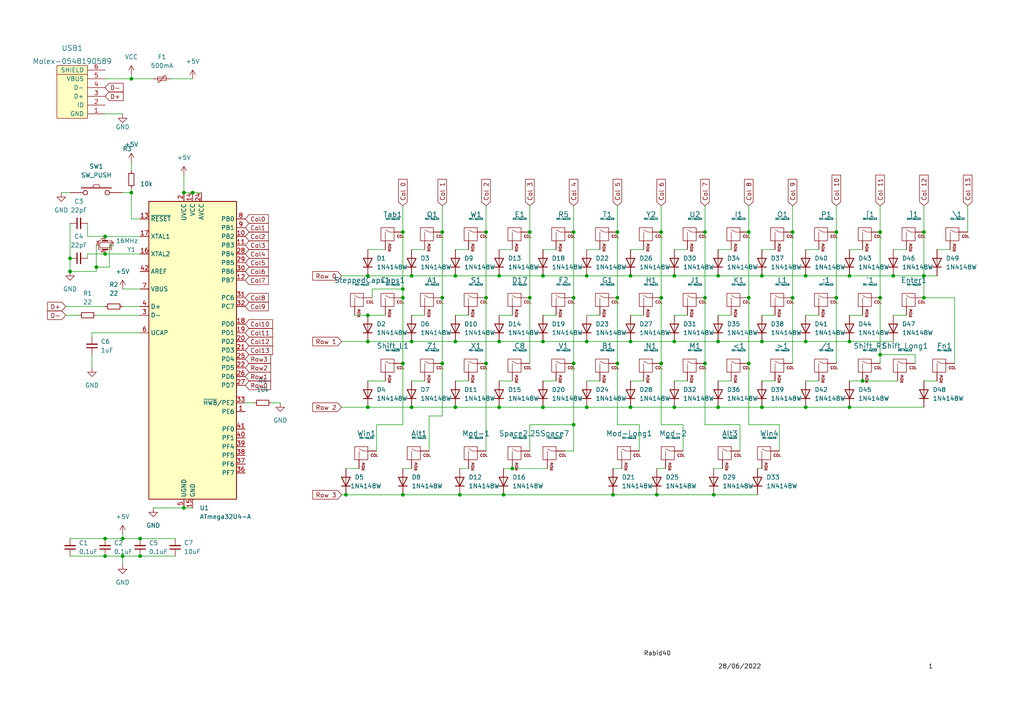
<source format=kicad_sch>
(kicad_sch (version 20211123) (generator eeschema)
  (paper "A4")
  (lib_symbols
    (symbol "Device:C_Small" (pin_numbers hide) (pin_names (offset 0.254) hide)
      (property "Reference" "C" (at 0.254 1.778 0))
      (property "Value" "C_Small" (at 0.254 -2.032 0))
      (symbol "C_Small_1_1"
        (pin passive line (at 0 2.54 270) (length 2.032) (name "~") (number "1"))
        (pin passive line (at 0 -2.54 90) (length 2.032) (name "~") (number "2"))
      )
    )
    (symbol "Device:Crystal_GND24_Small" (pin_names (offset 1.016) hide)
      (property "Reference" "Y" (at 1.27 4.445 0))
      (property "Value" "Crystal_GND24_Small" (at 1.27 2.54 0))
      (symbol "Crystal_GND24_Small_1_1"
        (pin passive line (at -2.54 0 0) (length 1.27) (name "1") (number "1"))
        (pin passive line (at 0 -2.54 90) (length 0.635) (name "2") (number "2"))
        (pin passive line (at 2.54 0 180) (length 1.27) (name "3") (number "3"))
        (pin passive line (at 0 2.54 270) (length 0.635) (name "4") (number "4"))
      )
    )
    (symbol "Device:Polyfuse_Small" (pin_numbers hide) (pin_names (offset 0))
      (property "Reference" "F" (at -1.905 0 90))
      (property "Value" "Polyfuse_Small" (at 1.905 0 90))
      (symbol "Polyfuse_Small_1_1"
        (pin passive line (at 0 2.54 270) (length 0.635) (name "~") (number "1"))
        (pin passive line (at 0 -2.54 90) (length 0.635) (name "~") (number "2"))
      )
    )
    (symbol "Device:R_Small" (pin_numbers hide) (pin_names (offset 0.254) hide)
      (property "Reference" "R" (at 0.762 0.508 0))
      (property "Value" "R_Small" (at 0.762 -1.016 0))
      (symbol "R_Small_1_1"
        (pin passive line (at 0 2.54 270) (length 0.762) (name "~") (number "1"))
        (pin passive line (at 0 -2.54 90) (length 0.762) (name "~") (number "2"))
      )
    )
    (symbol "Diode:1N4148W" (pin_numbers hide) (pin_names (offset 1.016) hide)
      (property "Reference" "D" (at 0 2.54 0))
      (property "Value" "1N4148W" (at 0 -2.54 0))
      (symbol "1N4148W_1_1"
        (pin passive line (at -3.81 0 0) (length 2.54) (name "K") (number "1"))
        (pin passive line (at 3.81 0 180) (length 2.54) (name "A") (number "2"))
      )
    )
    (symbol "Keyboard_Symbols:SW_PUSH" (pin_numbers hide) (pin_names (offset 1.016) hide)
      (property "Reference" "SW" (at 3.81 2.794 0))
      (property "Value" "SW_PUSH" (at 0 -2.032 0))
      (symbol "SW_PUSH_0_1"
        (pin passive inverted (at -7.62 0 0) (length 5.08) (name "1") (number "1"))
        (pin passive inverted (at 7.62 0 180) (length 5.08) (name "2") (number "2"))
      )
    )
    (symbol "MCU_Microchip_ATmega:ATmega32U4-A"
      (property "Reference" "U" (at -12.7 44.45 0))
      (property "Value" "ATmega32U4-A" (at 2.54 -44.45 0))
      (symbol "ATmega32U4-A_1_1"
        (pin bidirectional line (at 15.24 -17.78 180) (length 2.54) (name "PE6") (number "1"))
        (pin bidirectional line (at 15.24 33.02 180) (length 2.54) (name "PB2") (number "10"))
        (pin bidirectional line (at 15.24 30.48 180) (length 2.54) (name "PB3") (number "11"))
        (pin bidirectional line (at 15.24 20.32 180) (length 2.54) (name "PB7") (number "12"))
        (pin input line (at -15.24 38.1 0) (length 2.54) (name "~{RESET}") (number "13"))
        (pin power_in line (at 0 45.72 270) (length 2.54) (name "VCC") (number "14"))
        (pin power_in line (at 0 -45.72 90) (length 2.54) (name "GND") (number "15"))
        (pin output line (at -15.24 27.94 0) (length 2.54) (name "XTAL2") (number "16"))
        (pin input line (at -15.24 33.02 0) (length 2.54) (name "XTAL1") (number "17"))
        (pin bidirectional line (at 15.24 7.62 180) (length 2.54) (name "PD0") (number "18"))
        (pin bidirectional line (at 15.24 5.08 180) (length 2.54) (name "PD1") (number "19"))
        (pin power_in line (at -2.54 45.72 270) (length 2.54) (name "UVCC") (number "2"))
        (pin bidirectional line (at 15.24 2.54 180) (length 2.54) (name "PD2") (number "20"))
        (pin bidirectional line (at 15.24 0 180) (length 2.54) (name "PD3") (number "21"))
        (pin bidirectional line (at 15.24 -5.08 180) (length 2.54) (name "PD5") (number "22"))
        (pin passive line (at 0 -45.72 90) (length 2.54) hide (name "GND") (number "23"))
        (pin power_in line (at 2.54 45.72 270) (length 2.54) (name "AVCC") (number "24"))
        (pin bidirectional line (at 15.24 -2.54 180) (length 2.54) (name "PD4") (number "25"))
        (pin bidirectional line (at 15.24 -7.62 180) (length 2.54) (name "PD6") (number "26"))
        (pin bidirectional line (at 15.24 -10.16 180) (length 2.54) (name "PD7") (number "27"))
        (pin bidirectional line (at 15.24 27.94 180) (length 2.54) (name "PB4") (number "28"))
        (pin bidirectional line (at 15.24 25.4 180) (length 2.54) (name "PB5") (number "29"))
        (pin bidirectional line (at -15.24 10.16 0) (length 2.54) (name "D-") (number "3"))
        (pin bidirectional line (at 15.24 22.86 180) (length 2.54) (name "PB6") (number "30"))
        (pin bidirectional line (at 15.24 15.24 180) (length 2.54) (name "PC6") (number "31"))
        (pin bidirectional line (at 15.24 12.7 180) (length 2.54) (name "PC7") (number "32"))
        (pin bidirectional line (at 15.24 -15.24 180) (length 2.54) (name "~{HWB}/PE2") (number "33"))
        (pin passive line (at 0 45.72 270) (length 2.54) hide (name "VCC") (number "34"))
        (pin passive line (at 0 -45.72 90) (length 2.54) hide (name "GND") (number "35"))
        (pin bidirectional line (at 15.24 -35.56 180) (length 2.54) (name "PF7") (number "36"))
        (pin bidirectional line (at 15.24 -33.02 180) (length 2.54) (name "PF6") (number "37"))
        (pin bidirectional line (at 15.24 -30.48 180) (length 2.54) (name "PF5") (number "38"))
        (pin bidirectional line (at 15.24 -27.94 180) (length 2.54) (name "PF4") (number "39"))
        (pin bidirectional line (at -15.24 12.7 0) (length 2.54) (name "D+") (number "4"))
        (pin bidirectional line (at 15.24 -25.4 180) (length 2.54) (name "PF1") (number "40"))
        (pin bidirectional line (at 15.24 -22.86 180) (length 2.54) (name "PF0") (number "41"))
        (pin passive line (at -15.24 22.86 0) (length 2.54) (name "AREF") (number "42"))
        (pin passive line (at 0 -45.72 90) (length 2.54) hide (name "GND") (number "43"))
        (pin passive line (at 2.54 45.72 270) (length 2.54) hide (name "AVCC") (number "44"))
        (pin passive line (at -2.54 -45.72 90) (length 2.54) (name "UGND") (number "5"))
        (pin passive line (at -15.24 5.08 0) (length 2.54) (name "UCAP") (number "6"))
        (pin input line (at -15.24 17.78 0) (length 2.54) (name "VBUS") (number "7"))
        (pin bidirectional line (at 15.24 38.1 180) (length 2.54) (name "PB0") (number "8"))
        (pin bidirectional line (at 15.24 35.56 180) (length 2.54) (name "PB1") (number "9"))
      )
    )
    (symbol "ai03-mx-alps-hybrid:MX-NoLED" (pin_names (offset 1.016))
      (property "Reference" "MX" (at -0.635 3.81 0))
      (property "Value" "MX-NoLED" (at -0.635 1.27 0))
      (symbol "MX-NoLED_0_0"
        (text "COL" (at 3.175 0 0) (effects (font (size 0.762 0.762))))
        (text "ROW" (at 0 -1.905 900) (effects (font (size 0.762 0.762)) (justify right)))
      )
      (symbol "MX-NoLED_1_1"
        (pin passive line (at 3.81 1.27 180) (length 2.54) (name "COL") (number "1"))
        (pin passive line (at -1.27 -3.81 90) (length 2.54) (name "ROW") (number "2"))
      )
    )
    (symbol "ai03-random-parts:Molex-0548190589" (pin_names (offset 1.016))
      (property "Reference" "USB" (at 0 7.62 0))
      (property "Value" "Molex-0548190589" (at 0 10.16 0))
      (symbol "Molex-0548190589_1_1"
        (pin input line (at -5.08 -7.62 90) (length 5.08) (name "GND") (number "1"))
        (pin input line (at -2.54 -7.62 90) (length 5.08) (name "ID") (number "2"))
        (pin input line (at 0 -7.62 90) (length 5.08) (name "D+") (number "3"))
        (pin input line (at 2.54 -7.62 90) (length 5.08) (name "D-") (number "4"))
        (pin input line (at 5.08 -7.62 90) (length 5.08) (name "VBUS") (number "5"))
        (pin input line (at 7.62 -7.62 90) (length 5.08) (name "SHIELD") (number "6"))
      )
    )
    (symbol "power:+5V" (power) (pin_names (offset 0))
      (property "Value" "+5V" (at 0 3.556 0))
      (symbol "+5V_1_1"
        (pin power_in line (at 0 0 90) (length 0) hide (name "+5V") (number "1"))
      )
    )
    (symbol "power:GND" (power) (pin_names (offset 0))
      (property "Value" "GND" (at 0 -3.81 0))
      (symbol "GND_1_1"
        (pin power_in line (at 0 0 270) (length 0) hide (name "GND") (number "1"))
      )
    )
    (symbol "power:VCC" (power) (pin_names (offset 0))
      (property "Value" "VCC" (at 0 3.81 0))
      (symbol "VCC_1_1"
        (pin power_in line (at 0 0 90) (length 0) hide (name "VCC") (number "1"))
      )
    )
  )
  (junction (at 179.07 105.41))
  (junction (at 119.38 80.01))
  (junction (at 208.28 80.01))
  (junction (at 106.68 91.44))
  (junction (at 179.07 86.36))
  (junction (at 242.57 67.31))
  (junction (at 132.08 80.01))
  (junction (at 157.48 80.01))
  (junction (at 220.98 99.06))
  (junction (at 191.77 86.36))
  (junction (at 133.35 143.51))
  (junction (at 116.84 67.31))
  (junction (at 242.57 86.36))
  (junction (at 182.88 80.01))
  (junction (at 128.27 105.41))
  (junction (at 255.27 102.87))
  (junction (at 140.97 86.36))
  (junction (at 153.67 86.36))
  (junction (at 128.27 67.31))
  (junction (at 53.34 55.88))
  (junction (at 140.97 105.41))
  (junction (at 259.08 80.01))
  (junction (at 220.98 80.01))
  (junction (at 233.68 80.01))
  (junction (at 246.38 80.01))
  (junction (at 179.07 67.31))
  (junction (at 208.28 118.11))
  (junction (at 217.17 86.36))
  (junction (at 144.78 99.06))
  (junction (at 166.37 86.36))
  (junction (at 144.78 80.01))
  (junction (at 195.58 80.01))
  (junction (at 229.87 67.31))
  (junction (at 166.37 123.19))
  (junction (at 30.48 73.66))
  (junction (at 267.97 86.36))
  (junction (at 132.08 99.06))
  (junction (at 207.01 143.51))
  (junction (at 220.98 118.11))
  (junction (at 153.67 67.31))
  (junction (at 170.18 118.11))
  (junction (at 229.87 86.36))
  (junction (at 146.05 143.51))
  (junction (at 35.56 156.21))
  (junction (at 140.97 67.31))
  (junction (at 255.27 86.36))
  (junction (at 30.48 161.29))
  (junction (at 116.84 143.51))
  (junction (at 267.97 67.31))
  (junction (at 267.97 80.01))
  (junction (at 132.08 118.11))
  (junction (at 128.27 86.36))
  (junction (at 116.84 105.41))
  (junction (at 116.84 83.82))
  (junction (at 191.77 105.41))
  (junction (at 246.38 99.06))
  (junction (at 191.77 67.31))
  (junction (at 157.48 99.06))
  (junction (at 38.1 55.88))
  (junction (at 204.47 86.36))
  (junction (at 217.17 105.41))
  (junction (at 106.68 118.11))
  (junction (at 100.33 143.51))
  (junction (at 233.68 99.06))
  (junction (at 53.34 147.32))
  (junction (at 208.28 99.06))
  (junction (at 182.88 118.11))
  (junction (at 27.94 77.47))
  (junction (at 217.17 67.31))
  (junction (at 166.37 67.31))
  (junction (at 204.47 67.31))
  (junction (at 144.78 118.11))
  (junction (at 157.48 118.11))
  (junction (at 35.56 161.29))
  (junction (at 106.68 80.01))
  (junction (at 20.32 78.74))
  (junction (at 190.5 143.51))
  (junction (at 195.58 118.11))
  (junction (at 195.58 99.06))
  (junction (at 38.1 22.86))
  (junction (at 116.84 86.36))
  (junction (at 119.38 118.11))
  (junction (at 106.68 99.06))
  (junction (at 148.59 135.89))
  (junction (at 40.64 161.29))
  (junction (at 255.27 67.31))
  (junction (at 204.47 105.41))
  (junction (at 246.38 118.11))
  (junction (at 233.68 118.11))
  (junction (at 30.48 156.21))
  (junction (at 177.8 143.51))
  (junction (at 119.38 99.06))
  (junction (at 182.88 99.06))
  (junction (at 170.18 80.01))
  (junction (at 250.19 110.49))
  (junction (at 40.64 156.21))
  (junction (at 20.32 74.93))
  (junction (at 30.48 68.58))
  (junction (at 55.88 55.88))
  (junction (at 166.37 105.41))
  (junction (at 170.18 99.06))
  (wire (pts (xy 148.59 135.89) (xy 158.75 135.89)))
  (wire (pts (xy 191.77 86.36) (xy 191.77 105.41)))
  (wire (pts (xy 102.87 91.44) (xy 106.68 91.44)))
  (wire (pts (xy 119.38 99.06) (xy 132.08 99.06)))
  (wire (pts (xy 259.08 72.39) (xy 262.89 72.39)))
  (wire (pts (xy 19.05 88.9) (xy 30.48 88.9)))
  (wire (pts (xy 265.43 105.41) (xy 265.43 102.87)))
  (wire (pts (xy 99.06 80.01) (xy 106.68 80.01)))
  (wire (pts (xy 220.98 135.89) (xy 219.71 135.89)))
  (wire (pts (xy 53.34 147.32) (xy 55.88 147.32)))
  (wire (pts (xy 204.47 59.69) (xy 204.47 67.31)))
  (wire (pts (xy 31.75 71.12) (xy 31.75 77.47)))
  (wire (pts (xy 19.05 91.44) (xy 22.86 91.44)))
  (wire (pts (xy 242.57 86.36) (xy 242.57 105.41)))
  (wire (pts (xy 267.97 67.31) (xy 267.97 80.01)))
  (wire (pts (xy 204.47 105.41) (xy 204.47 123.19)))
  (wire (pts (xy 20.32 156.21) (xy 30.48 156.21)))
  (wire (pts (xy 157.48 91.44) (xy 161.29 91.44)))
  (wire (pts (xy 30.48 73.66) (xy 40.64 73.66)))
  (wire (pts (xy 220.98 80.01) (xy 233.68 80.01)))
  (wire (pts (xy 179.07 123.19) (xy 185.42 123.19)))
  (wire (pts (xy 116.84 67.31) (xy 116.84 83.82)))
  (wire (pts (xy 208.28 91.44) (xy 212.09 91.44)))
  (wire (pts (xy 128.27 120.65) (xy 124.46 120.65)))
  (wire (pts (xy 157.48 72.39) (xy 161.29 72.39)))
  (wire (pts (xy 26.67 102.87) (xy 26.67 106.68)))
  (wire (pts (xy 20.32 64.77) (xy 20.32 74.93)))
  (wire (pts (xy 30.48 161.29) (xy 35.56 161.29)))
  (wire (pts (xy 267.97 80.01) (xy 267.97 86.36)))
  (wire (pts (xy 195.58 99.06) (xy 208.28 99.06)))
  (wire (pts (xy 153.67 67.31) (xy 153.67 86.36)))
  (wire (pts (xy 38.1 22.86) (xy 44.45 22.86)))
  (wire (pts (xy 217.17 67.31) (xy 217.17 86.36)))
  (wire (pts (xy 106.68 80.01) (xy 119.38 80.01)))
  (wire (pts (xy 25.4 64.77) (xy 25.4 68.58)))
  (wire (pts (xy 198.12 123.19) (xy 198.12 130.81)))
  (wire (pts (xy 208.28 110.49) (xy 212.09 110.49)))
  (wire (pts (xy 144.78 91.44) (xy 148.59 91.44)))
  (wire (pts (xy 26.67 96.52) (xy 26.67 97.79)))
  (wire (pts (xy 133.35 135.89) (xy 135.89 135.89)))
  (wire (pts (xy 30.48 68.58) (xy 40.64 68.58)))
  (wire (pts (xy 195.58 80.01) (xy 208.28 80.01)))
  (wire (pts (xy 166.37 123.19) (xy 166.37 130.81)))
  (wire (pts (xy 233.68 80.01) (xy 246.38 80.01)))
  (wire (pts (xy 116.84 105.41) (xy 116.84 123.19)))
  (wire (pts (xy 182.88 99.06) (xy 195.58 99.06)))
  (wire (pts (xy 119.38 110.49) (xy 123.19 110.49)))
  (wire (pts (xy 220.98 118.11) (xy 233.68 118.11)))
  (wire (pts (xy 27.94 78.74) (xy 20.32 78.74)))
  (wire (pts (xy 177.8 135.89) (xy 180.34 135.89)))
  (wire (pts (xy 35.56 156.21) (xy 40.64 156.21)))
  (wire (pts (xy 182.88 80.01) (xy 195.58 80.01)))
  (wire (pts (xy 40.64 96.52) (xy 26.67 96.52)))
  (wire (pts (xy 128.27 67.31) (xy 128.27 86.36)))
  (wire (pts (xy 109.22 130.81) (xy 109.22 123.19)))
  (wire (pts (xy 195.58 118.11) (xy 208.28 118.11)))
  (wire (pts (xy 157.48 118.11) (xy 170.18 118.11)))
  (wire (pts (xy 53.34 55.88) (xy 55.88 55.88)))
  (wire (pts (xy 106.68 72.39) (xy 111.76 72.39)))
  (wire (pts (xy 140.97 67.31) (xy 140.97 86.36)))
  (wire (pts (xy 185.42 123.19) (xy 185.42 130.81)))
  (wire (pts (xy 53.34 50.8) (xy 53.34 55.88)))
  (wire (pts (xy 20.32 74.93) (xy 20.32 78.74)))
  (wire (pts (xy 99.06 99.06) (xy 106.68 99.06)))
  (wire (pts (xy 106.68 91.44) (xy 111.76 91.44)))
  (wire (pts (xy 246.38 91.44) (xy 250.19 91.44)))
  (wire (pts (xy 35.56 55.88) (xy 38.1 55.88)))
  (wire (pts (xy 144.78 118.11) (xy 157.48 118.11)))
  (wire (pts (xy 246.38 110.49) (xy 250.19 110.49)))
  (wire (pts (xy 140.97 59.69) (xy 140.97 67.31)))
  (wire (pts (xy 259.08 80.01) (xy 267.97 80.01)))
  (wire (pts (xy 195.58 72.39) (xy 199.39 72.39)))
  (wire (pts (xy 179.07 67.31) (xy 179.07 86.36)))
  (wire (pts (xy 267.97 80.01) (xy 271.78 80.01)))
  (wire (pts (xy 220.98 99.06) (xy 233.68 99.06)))
  (wire (pts (xy 116.84 143.51) (xy 133.35 143.51)))
  (wire (pts (xy 132.08 80.01) (xy 144.78 80.01)))
  (wire (pts (xy 166.37 86.36) (xy 166.37 105.41)))
  (wire (pts (xy 116.84 135.89) (xy 119.38 135.89)))
  (wire (pts (xy 17.78 55.88) (xy 20.32 55.88)))
  (wire (pts (xy 38.1 63.5) (xy 40.64 63.5)))
  (wire (pts (xy 217.17 123.19) (xy 226.06 123.19)))
  (wire (pts (xy 220.98 72.39) (xy 224.79 72.39)))
  (wire (pts (xy 157.48 99.06) (xy 170.18 99.06)))
  (wire (pts (xy 190.5 143.51) (xy 207.01 143.51)))
  (wire (pts (xy 144.78 110.49) (xy 148.59 110.49)))
  (wire (pts (xy 191.77 123.19) (xy 198.12 123.19)))
  (wire (pts (xy 229.87 59.69) (xy 229.87 67.31)))
  (wire (pts (xy 242.57 67.31) (xy 242.57 86.36)))
  (wire (pts (xy 132.08 99.06) (xy 144.78 99.06)))
  (wire (pts (xy 217.17 59.69) (xy 217.17 67.31)))
  (wire (pts (xy 207.01 135.89) (xy 209.55 135.89)))
  (wire (pts (xy 25.4 73.66) (xy 30.48 73.66)))
  (wire (pts (xy 229.87 86.36) (xy 229.87 105.41)))
  (wire (pts (xy 33.02 71.12) (xy 31.75 71.12)))
  (wire (pts (xy 179.07 59.69) (xy 179.07 67.31)))
  (wire (pts (xy 233.68 91.44) (xy 237.49 91.44)))
  (wire (pts (xy 55.88 55.88) (xy 58.42 55.88)))
  (wire (pts (xy 246.38 99.06) (xy 259.08 99.06)))
  (wire (pts (xy 119.38 72.39) (xy 123.19 72.39)))
  (wire (pts (xy 40.64 161.29) (xy 50.8 161.29)))
  (wire (pts (xy 208.28 80.01) (xy 220.98 80.01)))
  (wire (pts (xy 146.05 135.89) (xy 148.59 135.89)))
  (wire (pts (xy 20.32 161.29) (xy 30.48 161.29)))
  (wire (pts (xy 179.07 86.36) (xy 179.07 105.41)))
  (wire (pts (xy 31.75 77.47) (xy 27.94 77.47)))
  (wire (pts (xy 191.77 59.69) (xy 191.77 67.31)))
  (wire (pts (xy 119.38 80.01) (xy 132.08 80.01)))
  (wire (pts (xy 140.97 86.36) (xy 140.97 105.41)))
  (wire (pts (xy 144.78 80.01) (xy 157.48 80.01)))
  (wire (pts (xy 99.06 118.11) (xy 106.68 118.11)))
  (wire (pts (xy 100.33 135.89) (xy 104.14 135.89)))
  (wire (pts (xy 250.19 110.49) (xy 260.35 110.49)))
  (wire (pts (xy 27.94 71.12) (xy 27.94 77.47)))
  (wire (pts (xy 280.67 59.69) (xy 280.67 67.31)))
  (wire (pts (xy 35.56 161.29) (xy 40.64 161.29)))
  (wire (pts (xy 246.38 72.39) (xy 250.19 72.39)))
  (wire (pts (xy 204.47 123.19) (xy 214.63 123.19)))
  (wire (pts (xy 259.08 91.44) (xy 262.89 91.44)))
  (wire (pts (xy 106.68 110.49) (xy 111.76 110.49)))
  (wire (pts (xy 204.47 67.31) (xy 204.47 86.36)))
  (wire (pts (xy 132.08 118.11) (xy 144.78 118.11)))
  (wire (pts (xy 30.48 33.02) (xy 35.56 33.02)))
  (wire (pts (xy 27.94 91.44) (xy 40.64 91.44)))
  (wire (pts (xy 133.35 143.51) (xy 146.05 143.51)))
  (wire (pts (xy 170.18 80.01) (xy 182.88 80.01)))
  (wire (pts (xy 170.18 118.11) (xy 182.88 118.11)))
  (wire (pts (xy 271.78 72.39) (xy 275.59 72.39)))
  (wire (pts (xy 217.17 86.36) (xy 217.17 105.41)))
  (wire (pts (xy 170.18 72.39) (xy 173.99 72.39)))
  (wire (pts (xy 35.56 83.82) (xy 40.64 83.82)))
  (wire (pts (xy 166.37 59.69) (xy 166.37 67.31)))
  (wire (pts (xy 116.84 86.36) (xy 116.84 105.41)))
  (wire (pts (xy 109.22 123.19) (xy 116.84 123.19)))
  (wire (pts (xy 153.67 123.19) (xy 166.37 123.19)))
  (wire (pts (xy 128.27 86.36) (xy 128.27 105.41)))
  (wire (pts (xy 157.48 110.49) (xy 161.29 110.49)))
  (wire (pts (xy 78.74 116.84) (xy 81.28 116.84)))
  (wire (pts (xy 30.48 22.86) (xy 38.1 22.86)))
  (wire (pts (xy 170.18 91.44) (xy 173.99 91.44)))
  (wire (pts (xy 106.68 99.06) (xy 119.38 99.06)))
  (wire (pts (xy 107.95 86.36) (xy 107.95 83.82)))
  (wire (pts (xy 144.78 99.06) (xy 157.48 99.06)))
  (wire (pts (xy 191.77 105.41) (xy 191.77 123.19)))
  (wire (pts (xy 214.63 130.81) (xy 214.63 123.19)))
  (wire (pts (xy 116.84 83.82) (xy 116.84 86.36)))
  (wire (pts (xy 132.08 110.49) (xy 135.89 110.49)))
  (wire (pts (xy 267.97 110.49) (xy 271.78 110.49)))
  (wire (pts (xy 242.57 59.69) (xy 242.57 67.31)))
  (wire (pts (xy 177.8 143.51) (xy 190.5 143.51)))
  (wire (pts (xy 116.84 59.69) (xy 116.84 67.31)))
  (wire (pts (xy 146.05 143.51) (xy 177.8 143.51)))
  (wire (pts (xy 265.43 102.87) (xy 255.27 102.87)))
  (wire (pts (xy 30.48 156.21) (xy 35.56 156.21)))
  (wire (pts (xy 132.08 91.44) (xy 135.89 91.44)))
  (wire (pts (xy 38.1 21.59) (xy 38.1 22.86)))
  (wire (pts (xy 140.97 105.41) (xy 140.97 130.81)))
  (wire (pts (xy 71.12 116.84) (xy 73.66 116.84)))
  (wire (pts (xy 166.37 67.31) (xy 166.37 86.36)))
  (wire (pts (xy 166.37 130.81) (xy 163.83 130.81)))
  (wire (pts (xy 220.98 110.49) (xy 224.79 110.49)))
  (wire (pts (xy 144.78 72.39) (xy 148.59 72.39)))
  (wire (pts (xy 27.94 77.47) (xy 27.94 78.74)))
  (wire (pts (xy 246.38 118.11) (xy 267.97 118.11)))
  (wire (pts (xy 195.58 110.49) (xy 199.39 110.49)))
  (wire (pts (xy 38.1 54.61) (xy 38.1 55.88)))
  (wire (pts (xy 208.28 72.39) (xy 212.09 72.39)))
  (wire (pts (xy 195.58 91.44) (xy 199.39 91.44)))
  (wire (pts (xy 255.27 86.36) (xy 255.27 102.87)))
  (wire (pts (xy 276.86 86.36) (xy 276.86 105.41)))
  (wire (pts (xy 119.38 91.44) (xy 123.19 91.44)))
  (wire (pts (xy 99.06 143.51) (xy 100.33 143.51)))
  (wire (pts (xy 233.68 118.11) (xy 246.38 118.11)))
  (wire (pts (xy 49.53 22.86) (xy 55.88 22.86)))
  (wire (pts (xy 233.68 110.49) (xy 237.49 110.49)))
  (wire (pts (xy 255.27 102.87) (xy 255.27 105.41)))
  (wire (pts (xy 170.18 99.06) (xy 182.88 99.06)))
  (wire (pts (xy 208.28 99.06) (xy 220.98 99.06)))
  (wire (pts (xy 132.08 72.39) (xy 135.89 72.39)))
  (wire (pts (xy 208.28 118.11) (xy 220.98 118.11)))
  (wire (pts (xy 153.67 130.81) (xy 153.67 123.19)))
  (wire (pts (xy 107.95 83.82) (xy 116.84 83.82)))
  (wire (pts (xy 255.27 67.31) (xy 255.27 86.36)))
  (wire (pts (xy 35.56 154.94) (xy 35.56 156.21)))
  (wire (pts (xy 246.38 80.01) (xy 259.08 80.01)))
  (wire (pts (xy 153.67 86.36) (xy 153.67 105.41)))
  (wire (pts (xy 128.27 59.69) (xy 128.27 67.31)))
  (wire (pts (xy 191.77 67.31) (xy 191.77 86.36)))
  (wire (pts (xy 182.88 118.11) (xy 195.58 118.11)))
  (wire (pts (xy 220.98 91.44) (xy 224.79 91.44)))
  (wire (pts (xy 170.18 110.49) (xy 173.99 110.49)))
  (wire (pts (xy 100.33 143.51) (xy 116.84 143.51)))
  (wire (pts (xy 233.68 99.06) (xy 246.38 99.06)))
  (wire (pts (xy 38.1 46.99) (xy 38.1 49.53)))
  (wire (pts (xy 207.01 143.51) (xy 219.71 143.51)))
  (wire (pts (xy 106.68 118.11) (xy 119.38 118.11)))
  (wire (pts (xy 182.88 91.44) (xy 186.69 91.44)))
  (wire (pts (xy 217.17 123.19) (xy 217.17 105.41)))
  (wire (pts (xy 40.64 156.21) (xy 50.8 156.21)))
  (wire (pts (xy 119.38 118.11) (xy 132.08 118.11)))
  (wire (pts (xy 25.4 68.58) (xy 30.48 68.58)))
  (wire (pts (xy 128.27 105.41) (xy 128.27 120.65)))
  (wire (pts (xy 182.88 110.49) (xy 186.69 110.49)))
  (wire (pts (xy 233.68 72.39) (xy 237.49 72.39)))
  (wire (pts (xy 166.37 105.41) (xy 166.37 123.19)))
  (wire (pts (xy 25.4 74.93) (xy 25.4 73.66)))
  (wire (pts (xy 38.1 55.88) (xy 38.1 63.5)))
  (wire (pts (xy 35.56 88.9) (xy 40.64 88.9)))
  (wire (pts (xy 267.97 67.31) (xy 267.97 59.69)))
  (wire (pts (xy 190.5 135.89) (xy 193.04 135.89)))
  (wire (pts (xy 182.88 72.39) (xy 186.69 72.39)))
  (wire (pts (xy 124.46 120.65) (xy 124.46 130.81)))
  (wire (pts (xy 255.27 59.69) (xy 255.27 67.31)))
  (wire (pts (xy 179.07 105.41) (xy 179.07 123.19)))
  (wire (pts (xy 44.45 147.32) (xy 53.34 147.32)))
  (wire (pts (xy 35.56 161.29) (xy 35.56 163.83)))
  (wire (pts (xy 153.67 59.69) (xy 153.67 67.31)))
  (wire (pts (xy 204.47 86.36) (xy 204.47 105.41)))
  (wire (pts (xy 226.06 130.81) (xy 226.06 123.19)))
  (wire (pts (xy 229.87 67.31) (xy 229.87 86.36)))
  (wire (pts (xy 267.97 86.36) (xy 276.86 86.36)))
  (wire (pts (xy 157.48 80.01) (xy 170.18 80.01)))
  (label "1" (at 269.24 194.31 0))
  (label "Rabid40" (at 186.69 190.5 0))
  (label "28{slash}06{slash}2022" (at 208.28 194.31 0))
  (global_label "Col3" (shape input) (at 71.12 71.12 0) (property "Intersheet References" "${INTERSHEET_REFS}" (effects hide)))
  (global_label "Col6" (shape input) (at 71.12 78.74 0) (property "Intersheet References" "${INTERSHEET_REFS}" (effects hide)))
  (global_label "Col 4" (shape input) (at 166.37 59.69 90) (property "Intersheet References" "${INTERSHEET_REFS}" (effects hide)))
  (global_label "Row 3" (shape input) (at 99.06 143.51 180) (property "Intersheet References" "${INTERSHEET_REFS}" (effects hide)))
  (global_label "Col 13" (shape input) (at 280.67 59.69 90) (property "Intersheet References" "${INTERSHEET_REFS}" (effects hide)))
  (global_label "D-" (shape input) (at 19.05 91.44 180) (property "Intersheet References" "${INTERSHEET_REFS}" (effects hide)))
  (global_label "Col 10" (shape input) (at 242.57 59.69 90) (property "Intersheet References" "${INTERSHEET_REFS}" (effects hide)))
  (global_label "Row 2" (shape input) (at 99.06 118.11 180) (property "Intersheet References" "${INTERSHEET_REFS}" (effects hide)))
  (global_label "D+" (shape input) (at 19.05 88.9 180) (property "Intersheet References" "${INTERSHEET_REFS}" (effects hide)))
  (global_label "Col1" (shape input) (at 71.12 66.04 0) (property "Intersheet References" "${INTERSHEET_REFS}" (effects hide)))
  (global_label "Col4" (shape input) (at 71.12 73.66 0) (property "Intersheet References" "${INTERSHEET_REFS}" (effects hide)))
  (global_label "Col 6" (shape input) (at 191.77 59.69 90) (property "Intersheet References" "${INTERSHEET_REFS}" (effects hide)))
  (global_label "Col 8" (shape input) (at 217.17 59.69 90) (property "Intersheet References" "${INTERSHEET_REFS}" (effects hide)))
  (global_label "Row 1" (shape input) (at 99.06 99.06 180) (property "Intersheet References" "${INTERSHEET_REFS}" (effects hide)))
  (global_label "Col8" (shape input) (at 71.12 86.36 0) (property "Intersheet References" "${INTERSHEET_REFS}" (effects hide)))
  (global_label "Row 0" (shape input) (at 99.06 80.01 180) (property "Intersheet References" "${INTERSHEET_REFS}" (effects hide)))
  (global_label "Col13" (shape input) (at 71.12 101.6 0) (property "Intersheet References" "${INTERSHEET_REFS}" (effects hide)))
  (global_label "Row1" (shape input) (at 71.12 109.22 0) (property "Intersheet References" "${INTERSHEET_REFS}" (effects hide)))
  (global_label "Row3" (shape input) (at 71.12 104.14 0) (property "Intersheet References" "${INTERSHEET_REFS}" (effects hide)))
  (global_label "Col 9" (shape input) (at 229.87 59.69 90) (property "Intersheet References" "${INTERSHEET_REFS}" (effects hide)))
  (global_label "Col12" (shape input) (at 71.12 99.06 0) (property "Intersheet References" "${INTERSHEET_REFS}" (effects hide)))
  (global_label "D+" (shape input) (at 30.48 27.94 0) (property "Intersheet References" "${INTERSHEET_REFS}" (effects hide)))
  (global_label "Col 2" (shape input) (at 140.97 59.69 90) (property "Intersheet References" "${INTERSHEET_REFS}" (effects hide)))
  (global_label "Row0" (shape input) (at 71.12 111.76 0) (property "Intersheet References" "${INTERSHEET_REFS}" (effects hide)))
  (global_label "Col 12" (shape input) (at 267.97 59.69 90) (property "Intersheet References" "${INTERSHEET_REFS}" (effects hide)))
  (global_label "Col0" (shape input) (at 71.12 63.5 0) (property "Intersheet References" "${INTERSHEET_REFS}" (effects hide)))
  (global_label "Col9" (shape input) (at 71.12 88.9 0) (property "Intersheet References" "${INTERSHEET_REFS}" (effects hide)))
  (global_label "Col 0" (shape input) (at 116.84 59.69 90) (property "Intersheet References" "${INTERSHEET_REFS}" (effects hide)))
  (global_label "Col5" (shape input) (at 71.12 76.2 0) (property "Intersheet References" "${INTERSHEET_REFS}" (effects hide)))
  (global_label "Col11" (shape input) (at 71.12 96.52 0) (property "Intersheet References" "${INTERSHEET_REFS}" (effects hide)))
  (global_label "Col 7" (shape input) (at 204.47 59.69 90) (property "Intersheet References" "${INTERSHEET_REFS}" (effects hide)))
  (global_label "Col10" (shape input) (at 71.12 93.98 0) (property "Intersheet References" "${INTERSHEET_REFS}" (effects hide)))
  (global_label "Col 11" (shape input) (at 255.27 59.69 90) (property "Intersheet References" "${INTERSHEET_REFS}" (effects hide)))
  (global_label "Col 5" (shape input) (at 179.07 59.69 90) (property "Intersheet References" "${INTERSHEET_REFS}" (effects hide)))
  (global_label "Col7" (shape input) (at 71.12 81.28 0) (property "Intersheet References" "${INTERSHEET_REFS}" (effects hide)))
  (global_label "Col2" (shape input) (at 71.12 68.58 0) (property "Intersheet References" "${INTERSHEET_REFS}" (effects hide)))
  (global_label "Col 1" (shape input) (at 128.27 59.69 90) (property "Intersheet References" "${INTERSHEET_REFS}" (effects hide)))
  (global_label "D-" (shape input) (at 30.48 25.4 0) (property "Intersheet References" "${INTERSHEET_REFS}" (effects hide)))
  (global_label "Col 3" (shape input) (at 153.67 59.69 90) (property "Intersheet References" "${INTERSHEET_REFS}" (effects hide)))
  (global_label "Row2" (shape input) (at 71.12 106.68 0) (property "Intersheet References" "${INTERSHEET_REFS}" (effects hide)))
  (symbol (lib_id "ai03-mx-alps-hybrid:MX-NoLED") (at 187.96 68.58 0) (unit 1)
    (property "Reference" "Y2" (at 188.8456 62.23 0) (effects (font (size 1.524 1.524))))
    (property "Value" "MX-NoLED" (at 188.8456 63.5 0) (effects (font (size 0.508 0.508))))
    (property "Footprint" "MX_Alps_Hybrid:MX-1U" (effects hide))
  )
  (symbol (lib_id "ai03-mx-alps-hybrid:MX-NoLED") (at 200.66 68.58 0) (unit 1)
    (property "Reference" "U2" (at 201.5456 62.23 0) (effects (font (size 1.524 1.524))))
    (property "Value" "MX-NoLED" (at 201.5456 63.5 0) (effects (font (size 0.508 0.508))))
    (property "Footprint" "MX_Alps_Hybrid:MX-1U" (effects hide))
  )
  (symbol (lib_id "Device:R_Small") (at 38.1 52.07 180) (unit 1)
    (property "Reference" "R3" (at 35.56 43.1799 0) (effects (justify right)))
    (property "Value" "10k" (at 40.64 53.3399 0) (effects (justify right)))
    (property "Footprint" "Resistor_SMD:R_0805_2012Metric" (effects hide))
  )
  (symbol (lib_id "power:+5V") (at 53.34 50.8 0) (unit 1)
    (property "Reference" "#PWR0109" (effects hide))
    (property "Value" "+5V" (at 53.34 45.72 0))
  )
  (symbol (lib_id "ai03-mx-alps-hybrid:MX-NoLED") (at 213.36 106.68 0) (unit 1)
    (property "Reference" "<1" (at 214.2456 100.33 0) (effects (font (size 1.524 1.524))))
    (property "Value" "MX-NoLED" (at 214.2456 101.6 0) (effects (font (size 0.508 0.508))))
    (property "Footprint" "MX_Alps_Hybrid:MX-1U" (effects hide))
  )
  (symbol (lib_id "ai03-mx-alps-hybrid:MX-NoLED") (at 137.16 68.58 0) (unit 1)
    (property "Reference" "W1" (at 138.0456 62.23 0) (effects (font (size 1.524 1.524))))
    (property "Value" "MX-NoLED" (at 138.0456 63.5 0) (effects (font (size 0.508 0.508))))
    (property "Footprint" "MX_Alps_Hybrid:MX-1U" (effects hide))
  )
  (symbol (lib_id "Diode:1N4148W") (at 195.58 76.2 90) (unit 1)
    (property "Reference" "D30" (at 198.12 74.9299 90) (effects (justify right)))
    (property "Value" "1N4148W" (at 198.12 77.4699 90) (effects (justify right)))
    (property "Footprint" "Diode_SMD:D_SOD-123" (effects hide))
    (property "Datasheet" "https://www.vishay.com/docs/85748/1n4148w.pdf" (effects hide))
  )
  (symbol (lib_id "Diode:1N4148W") (at 170.18 95.25 90) (unit 1)
    (property "Reference" "D23" (at 172.72 93.9799 90) (effects (justify right)))
    (property "Value" "1N4148W" (at 172.72 96.5199 90) (effects (justify right)))
    (property "Footprint" "Diode_SMD:D_SOD-123" (effects hide))
    (property "Datasheet" "https://www.vishay.com/docs/85748/1n4148w.pdf" (effects hide))
  )
  (symbol (lib_id "power:+5V") (at 35.56 154.94 0) (unit 1)
    (property "Reference" "#PWR0105" (effects hide))
    (property "Value" "+5V" (at 35.56 149.86 0))
  )
  (symbol (lib_id "ai03-mx-alps-hybrid:MX-NoLED") (at 175.26 87.63 0) (unit 1)
    (property "Reference" "G1" (at 176.1456 81.28 0) (effects (font (size 1.524 1.524))))
    (property "Value" "MX-NoLED" (at 176.1456 82.55 0) (effects (font (size 0.508 0.508))))
    (property "Footprint" "MX_Alps_Hybrid:MX-1U" (effects hide))
  )
  (symbol (lib_id "ai03-mx-alps-hybrid:MX-NoLED") (at 213.36 87.63 0) (unit 1)
    (property "Reference" "K1" (at 214.2456 81.28 0) (effects (font (size 1.524 1.524))))
    (property "Value" "MX-NoLED" (at 214.2456 82.55 0) (effects (font (size 0.508 0.508))))
    (property "Footprint" "MX_Alps_Hybrid:MX-1U" (effects hide))
  )
  (symbol (lib_id "Diode:1N4148W") (at 170.18 76.2 90) (unit 1)
    (property "Reference" "D22" (at 172.72 74.9299 90) (effects (justify right)))
    (property "Value" "1N4148W" (at 172.72 77.4699 90) (effects (justify right)))
    (property "Footprint" "Diode_SMD:D_SOD-123" (effects hide))
    (property "Datasheet" "https://www.vishay.com/docs/85748/1n4148w.pdf" (effects hide))
  )
  (symbol (lib_id "Diode:1N4148W") (at 233.68 76.2 90) (unit 1)
    (property "Reference" "D40" (at 236.22 74.9299 90) (effects (justify right)))
    (property "Value" "1N4148W" (at 236.22 77.4699 90) (effects (justify right)))
    (property "Footprint" "Diode_SMD:D_SOD-123" (effects hide))
    (property "Datasheet" "https://www.vishay.com/docs/85748/1n4148w.pdf" (effects hide))
  )
  (symbol (lib_id "power:VCC") (at 38.1 21.59 0) (unit 1)
    (property "Reference" "#PWR0111" (effects hide))
    (property "Value" "VCC" (at 38.1 16.51 0))
  )
  (symbol (lib_id "ai03-mx-alps-hybrid:MX-NoLED") (at 137.16 106.68 0) (unit 1)
    (property "Reference" "X1" (at 138.0456 100.33 0) (effects (font (size 1.524 1.524))))
    (property "Value" "MX-NoLED" (at 138.0456 101.6 0) (effects (font (size 0.508 0.508))))
    (property "Footprint" "MX_Alps_Hybrid:MX-1U" (effects hide))
  )
  (symbol (lib_id "power:GND") (at 35.56 163.83 0) (unit 1)
    (property "Reference" "#PWR0102" (effects hide))
    (property "Value" "GND" (at 35.56 168.91 0))
  )
  (symbol (lib_id "Device:C_Small") (at 50.8 158.75 180) (unit 1)
    (property "Reference" "C7" (at 53.34 157.4735 0) (effects (justify right)))
    (property "Value" "10uF" (at 53.34 160.0135 0) (effects (justify right)))
    (property "Footprint" "Capacitor_SMD:C_0805_2012Metric" (effects hide))
  )
  (symbol (lib_id "Diode:1N4148W") (at 170.18 114.3 90) (unit 1)
    (property "Reference" "D24" (at 172.72 113.0299 90) (effects (justify right)))
    (property "Value" "1N4148W" (at 172.72 115.5699 90) (effects (justify right)))
    (property "Footprint" "Diode_SMD:D_SOD-123" (effects hide))
    (property "Datasheet" "https://www.vishay.com/docs/85748/1n4148w.pdf" (effects hide))
  )
  (symbol (lib_id "Diode:1N4148W") (at 195.58 95.25 90) (unit 1)
    (property "Reference" "D31" (at 198.12 93.9799 90) (effects (justify right)))
    (property "Value" "1N4148W" (at 198.12 96.5199 90) (effects (justify right)))
    (property "Footprint" "Diode_SMD:D_SOD-123" (effects hide))
    (property "Datasheet" "https://www.vishay.com/docs/85748/1n4148w.pdf" (effects hide))
  )
  (symbol (lib_id "ai03-mx-alps-hybrid:MX-NoLED") (at 226.06 68.58 0) (unit 1)
    (property "Reference" "O1" (at 226.9456 62.23 0) (effects (font (size 1.524 1.524))))
    (property "Value" "MX-NoLED" (at 226.9456 63.5 0) (effects (font (size 0.508 0.508))))
    (property "Footprint" "MX_Alps_Hybrid:MX-1U" (effects hide))
  )
  (symbol (lib_id "Diode:1N4148W") (at 119.38 95.25 90) (unit 1)
    (property "Reference" "D6" (at 121.92 93.98 90) (effects (justify right)))
    (property "Value" "1N4148W" (at 121.92 96.52 90) (effects (justify right)))
    (property "Footprint" "Diode_SMD:D_SOD-123" (effects hide))
    (property "Datasheet" "https://www.vishay.com/docs/85748/1n4148w.pdf" (effects hide))
  )
  (symbol (lib_id "Diode:1N4148W") (at 233.68 95.25 90) (unit 1)
    (property "Reference" "D41" (at 236.22 93.9799 90) (effects (justify right)))
    (property "Value" "1N4148W" (at 236.22 96.5199 90) (effects (justify right)))
    (property "Footprint" "Diode_SMD:D_SOD-123" (effects hide))
    (property "Datasheet" "https://www.vishay.com/docs/85748/1n4148w.pdf" (effects hide))
  )
  (symbol (lib_id "Diode:1N4148W") (at 259.08 76.2 90) (unit 1)
    (property "Reference" "D46" (at 261.62 74.9299 90) (effects (justify right)))
    (property "Value" "1N4148W" (at 261.62 77.4699 90) (effects (justify right)))
    (property "Footprint" "Diode_SMD:D_SOD-123" (effects hide))
    (property "Datasheet" "https://www.vishay.com/docs/85748/1n4148w.pdf" (effects hide))
  )
  (symbol (lib_id "ai03-mx-alps-hybrid:MX-NoLED") (at 149.86 68.58 0) (unit 1)
    (property "Reference" "E1" (at 150.7456 62.23 0) (effects (font (size 1.524 1.524))))
    (property "Value" "MX-NoLED" (at 150.7456 63.5 0) (effects (font (size 0.508 0.508))))
    (property "Footprint" "MX_Alps_Hybrid:MX-1U" (effects hide))
  )
  (symbol (lib_id "ai03-mx-alps-hybrid:MX-NoLED") (at 226.06 106.68 0) (unit 1)
    (property "Reference" ">1" (at 226.9456 100.33 0) (effects (font (size 1.524 1.524))))
    (property "Value" "MX-NoLED" (at 226.9456 101.6 0) (effects (font (size 0.508 0.508))))
    (property "Footprint" "MX_Alps_Hybrid:MX-1U" (effects hide))
  )
  (symbol (lib_id "Device:R_Small") (at 76.2 116.84 90) (unit 1)
    (property "Reference" "R4" (at 76.2 110.49 90))
    (property "Value" "10k" (at 76.2 113.03 90))
    (property "Footprint" "Resistor_SMD:R_0805_2012Metric" (effects hide))
  )
  (symbol (lib_id "Diode:1N4148W") (at 207.01 139.7 90) (unit 1)
    (property "Reference" "D29" (at 209.55 138.4299 90) (effects (justify right)))
    (property "Value" "1N4148W" (at 209.55 140.9699 90) (effects (justify right)))
    (property "Footprint" "Diode_SMD:D_SOD-123" (effects hide))
    (property "Datasheet" "https://www.vishay.com/docs/85748/1n4148w.pdf" (effects hide))
  )
  (symbol (lib_id "Diode:1N4148W") (at 133.35 139.7 90) (unit 1)
    (property "Reference" "D12" (at 135.89 138.43 90) (effects (justify right)))
    (property "Value" "1N4148W" (at 135.89 140.97 90) (effects (justify right)))
    (property "Footprint" "Diode_SMD:D_SOD-123" (effects hide))
    (property "Datasheet" "https://www.vishay.com/docs/85748/1n4148w.pdf" (effects hide))
  )
  (symbol (lib_id "Diode:1N4148W") (at 132.08 76.2 90) (unit 1)
    (property "Reference" "D9" (at 134.62 74.9299 90) (effects (justify right)))
    (property "Value" "1N4148W" (at 134.62 77.4699 90) (effects (justify right)))
    (property "Footprint" "Diode_SMD:D_SOD-123" (effects hide))
    (property "Datasheet" "https://www.vishay.com/docs/85748/1n4148w.pdf" (effects hide))
  )
  (symbol (lib_id "ai03-mx-alps-hybrid:MX-NoLED") (at 162.56 106.68 0) (unit 1)
    (property "Reference" "V1" (at 163.4456 100.33 0) (effects (font (size 1.524 1.524))))
    (property "Value" "MX-NoLED" (at 163.4456 101.6 0) (effects (font (size 0.508 0.508))))
    (property "Footprint" "MX_Alps_Hybrid:MX-1U" (effects hide))
  )
  (symbol (lib_id "Diode:1N4148W") (at 157.48 114.3 90) (unit 1)
    (property "Reference" "D20" (at 160.02 113.0299 90) (effects (justify right)))
    (property "Value" "1N4148W" (at 160.02 115.5699 90) (effects (justify right)))
    (property "Footprint" "Diode_SMD:D_SOD-123" (effects hide))
    (property "Datasheet" "https://www.vishay.com/docs/85748/1n4148w.pdf" (effects hide))
  )
  (symbol (lib_id "ai03-mx-alps-hybrid:MX-NoLED") (at 175.26 106.68 0) (unit 1)
    (property "Reference" "B1" (at 176.1456 100.33 0) (effects (font (size 1.524 1.524))))
    (property "Value" "MX-NoLED" (at 176.1456 101.6 0) (effects (font (size 0.508 0.508))))
    (property "Footprint" "MX_Alps_Hybrid:MX-1U" (effects hide))
  )
  (symbol (lib_id "ai03-mx-alps-hybrid:MX-NoLED") (at 200.66 106.68 0) (unit 1)
    (property "Reference" "M1" (at 201.5456 100.33 0) (effects (font (size 1.524 1.524))))
    (property "Value" "MX-NoLED" (at 201.5456 101.6 0) (effects (font (size 0.508 0.508))))
    (property "Footprint" "MX_Alps_Hybrid:MX-1U" (effects hide))
  )
  (symbol (lib_id "Diode:1N4148W") (at 259.08 95.25 90) (unit 1)
    (property "Reference" "D47" (at 261.62 93.9799 90) (effects (justify right)))
    (property "Value" "1N4148W" (at 261.62 96.5199 90) (effects (justify right)))
    (property "Footprint" "Diode_SMD:D_SOD-123" (effects hide))
    (property "Datasheet" "https://www.vishay.com/docs/85748/1n4148w.pdf" (effects hide))
  )
  (symbol (lib_id "Diode:1N4148W") (at 208.28 76.2 90) (unit 1)
    (property "Reference" "D34" (at 210.82 74.9299 90) (effects (justify right)))
    (property "Value" "1N4148W" (at 210.82 77.4699 90) (effects (justify right)))
    (property "Footprint" "Diode_SMD:D_SOD-123" (effects hide))
    (property "Datasheet" "https://www.vishay.com/docs/85748/1n4148w.pdf" (effects hide))
  )
  (symbol (lib_id "ai03-mx-alps-hybrid:MX-NoLED") (at 137.16 87.63 0) (unit 1)
    (property "Reference" "S1" (at 138.0456 81.28 0) (effects (font (size 1.524 1.524))))
    (property "Value" "MX-NoLED" (at 138.0456 82.55 0) (effects (font (size 0.508 0.508))))
    (property "Footprint" "MX_Alps_Hybrid:MX-1U" (effects hide))
  )
  (symbol (lib_id "Diode:1N4148W") (at 220.98 76.2 90) (unit 1)
    (property "Reference" "D37" (at 223.52 74.9299 90) (effects (justify right)))
    (property "Value" "1N4148W" (at 223.52 77.4699 90) (effects (justify right)))
    (property "Footprint" "Diode_SMD:D_SOD-123" (effects hide))
    (property "Datasheet" "https://www.vishay.com/docs/85748/1n4148w.pdf" (effects hide))
  )
  (symbol (lib_id "Keyboard_Symbols:SW_PUSH") (at 27.94 55.88 0) (unit 1)
    (property "Reference" "SW1" (at 27.94 48.26 0))
    (property "Value" "SW_PUSH" (at 27.94 50.8 0))
    (property "Footprint" "random-keyboard-parts:SKQG-1155865" (effects hide))
  )
  (symbol (lib_id "ai03-mx-alps-hybrid:MX-NoLED") (at 273.05 106.68 0) (unit 1)
    (property "Reference" "Fn1" (at 273.9356 100.33 0) (effects (font (size 1.524 1.524))))
    (property "Value" "MX-NoLED" (at 273.9356 101.6 0) (effects (font (size 0.508 0.508))))
    (property "Footprint" "MX_Alps_Hybrid:MX-1U" (effects hide))
  )
  (symbol (lib_id "power:+5V") (at 35.56 83.82 0) (unit 1)
    (property "Reference" "#PWR0110" (effects hide))
    (property "Value" "+5V" (at 35.56 78.74 0))
  )
  (symbol (lib_id "Diode:1N4148W") (at 116.84 139.7 90) (unit 1)
    (property "Reference" "D8" (at 119.38 138.43 90) (effects (justify right)))
    (property "Value" "1N4148W" (at 119.38 140.97 90) (effects (justify right)))
    (property "Footprint" "Diode_SMD:D_SOD-123" (effects hide))
    (property "Datasheet" "https://www.vishay.com/docs/85748/1n4148w.pdf" (effects hide))
  )
  (symbol (lib_id "Device:R_Small") (at 33.02 88.9 90) (unit 1)
    (property "Reference" "R2" (at 33.02 82.55 90))
    (property "Value" "22" (at 33.02 85.09 90))
    (property "Footprint" "Resistor_SMD:R_0805_2012Metric" (effects hide))
  )
  (symbol (lib_id "ai03-mx-alps-hybrid:MX-NoLED") (at 113.03 68.58 0) (unit 1)
    (property "Reference" "Tab1" (at 113.9156 62.23 0) (effects (font (size 1.524 1.524))))
    (property "Value" "MX-NoLED" (at 113.9156 63.5 0) (effects (font (size 0.508 0.508))))
    (property "Footprint" "MX_Alps_Hybrid:MX-1.5U" (effects hide))
  )
  (symbol (lib_id "Diode:1N4148W") (at 246.38 76.2 90) (unit 1)
    (property "Reference" "D43" (at 248.92 74.9299 90) (effects (justify right)))
    (property "Value" "1N4148W" (at 248.92 77.4699 90) (effects (justify right)))
    (property "Footprint" "Diode_SMD:D_SOD-123" (effects hide))
    (property "Datasheet" "https://www.vishay.com/docs/85748/1n4148w.pdf" (effects hide))
  )
  (symbol (lib_id "ai03-mx-alps-hybrid:MX-NoLED") (at 238.76 68.58 0) (unit 1)
    (property "Reference" "P1" (at 239.6456 62.23 0) (effects (font (size 1.524 1.524))))
    (property "Value" "MX-NoLED" (at 239.6456 63.5 0) (effects (font (size 0.508 0.508))))
    (property "Footprint" "MX_Alps_Hybrid:MX-1U" (effects hide))
  )
  (symbol (lib_id "power:+5V") (at 55.88 22.86 0) (unit 1)
    (property "Reference" "#PWR0112" (effects hide))
    (property "Value" "+5V" (at 55.88 17.78 0))
  )
  (symbol (lib_id "ai03-random-parts:Molex-0548190589") (at 22.86 27.94 90) (unit 1)
    (property "Reference" "USB1" (at 20.955 13.97 90) (effects (font (size 1.524 1.524))))
    (property "Value" "Molex-0548190589" (at 20.955 17.78 90) (effects (font (size 1.524 1.524))))
    (property "Footprint" "Connector_JST:JST_SH_SM04B-SRSS-TB_1x04-1MP_P1.00mm_Horizontal" (effects hide))
  )
  (symbol (lib_id "ai03-mx-alps-hybrid:MX-NoLED") (at 238.76 87.63 0) (unit 1)
    (property "Reference" ";1" (at 239.6456 81.28 0) (effects (font (size 1.524 1.524))))
    (property "Value" "MX-NoLED" (at 239.6456 82.55 0) (effects (font (size 0.508 0.508))))
    (property "Footprint" "MX_Alps_Hybrid:MX-1U" (effects hide))
  )
  (symbol (lib_id "Diode:1N4148W") (at 220.98 95.25 90) (unit 1)
    (property "Reference" "D38" (at 223.52 93.9799 90) (effects (justify right)))
    (property "Value" "1N4148W" (at 223.52 96.5199 90) (effects (justify right)))
    (property "Footprint" "Diode_SMD:D_SOD-123" (effects hide))
    (property "Datasheet" "https://www.vishay.com/docs/85748/1n4148w.pdf" (effects hide))
  )
  (symbol (lib_id "ai03-mx-alps-hybrid:MX-NoLED") (at 124.46 106.68 0) (unit 1)
    (property "Reference" "Z1" (at 125.3456 100.33 0) (effects (font (size 1.524 1.524))))
    (property "Value" "MX-NoLED" (at 125.3456 101.6 0) (effects (font (size 0.508 0.508))))
    (property "Footprint" "MX_Alps_Hybrid:MX-1U" (effects hide))
  )
  (symbol (lib_id "ai03-mx-alps-hybrid:MX-NoLED") (at 222.25 132.08 0) (unit 1)
    (property "Reference" "Win4" (at 223.1356 125.73 0) (effects (font (size 1.524 1.524))))
    (property "Value" "MX-NoLED" (at 223.1356 127 0) (effects (font (size 0.508 0.508))))
    (property "Footprint" "MX_Alps_Hybrid:MX-1U" (effects hide))
  )
  (symbol (lib_id "Diode:1N4148W") (at 246.38 95.25 90) (unit 1)
    (property "Reference" "D44" (at 248.92 93.9799 90) (effects (justify right)))
    (property "Value" "1N4148W" (at 248.92 96.5199 90) (effects (justify right)))
    (property "Footprint" "Diode_SMD:D_SOD-123" (effects hide))
    (property "Datasheet" "https://www.vishay.com/docs/85748/1n4148w.pdf" (effects hide))
  )
  (symbol (lib_id "Diode:1N4148W") (at 132.08 95.25 90) (unit 1)
    (property "Reference" "D10" (at 134.62 93.9799 90) (effects (justify right)))
    (property "Value" "1N4148W" (at 134.62 96.5199 90) (effects (justify right)))
    (property "Footprint" "Diode_SMD:D_SOD-123" (effects hide))
    (property "Datasheet" "https://www.vishay.com/docs/85748/1n4148w.pdf" (effects hide))
  )
  (symbol (lib_id "ai03-mx-alps-hybrid:MX-NoLED") (at 113.03 87.63 0) (unit 1)
    (property "Reference" "Caps1" (at 113.9156 81.28 0) (effects (font (size 1.524 1.524))))
    (property "Value" "MX-NoLED" (at 113.9156 82.55 0) (effects (font (size 0.508 0.508))))
    (property "Footprint" "MX_Alps_Hybrid:MX-1.75U" (effects hide))
  )
  (symbol (lib_id "Diode:1N4148W") (at 208.28 95.25 90) (unit 1)
    (property "Reference" "D35" (at 210.82 93.9799 90) (effects (justify right)))
    (property "Value" "1N4148W" (at 210.82 96.5199 90) (effects (justify right)))
    (property "Footprint" "Diode_SMD:D_SOD-123" (effects hide))
    (property "Datasheet" "https://www.vishay.com/docs/85748/1n4148w.pdf" (effects hide))
  )
  (symbol (lib_id "power:GND") (at 81.28 116.84 0) (unit 1)
    (property "Reference" "#PWR0103" (effects hide))
    (property "Value" "GND" (at 81.28 121.92 0))
  )
  (symbol (lib_id "Diode:1N4148W") (at 208.28 114.3 90) (unit 1)
    (property "Reference" "D36" (at 210.82 113.0299 90) (effects (justify right)))
    (property "Value" "1N4148W" (at 210.82 115.5699 90) (effects (justify right)))
    (property "Footprint" "Diode_SMD:D_SOD-123" (effects hide))
    (property "Datasheet" "https://www.vishay.com/docs/85748/1n4148w.pdf" (effects hide))
  )
  (symbol (lib_id "Device:C_Small") (at 30.48 158.75 180) (unit 1)
    (property "Reference" "C2" (at 33.02 157.4735 0) (effects (justify right)))
    (property "Value" "0.1uF" (at 33.02 160.0135 0) (effects (justify right)))
    (property "Footprint" "Capacitor_SMD:C_0805_2012Metric" (effects hide))
  )
  (symbol (lib_id "ai03-mx-alps-hybrid:MX-NoLED") (at 264.16 68.58 0) (unit 1)
    (property "Reference" "]1" (at 265.0456 62.23 0) (effects (font (size 1.524 1.524))))
    (property "Value" "MX-NoLED" (at 265.0456 63.5 0) (effects (font (size 0.508 0.508))))
    (property "Footprint" "MX_Alps_Hybrid:MX-1U" (effects hide))
  )
  (symbol (lib_id "Diode:1N4148W") (at 233.68 114.3 90) (unit 1)
    (property "Reference" "D42" (at 236.22 113.0299 90) (effects (justify right)))
    (property "Value" "1N4148W" (at 236.22 115.5699 90) (effects (justify right)))
    (property "Footprint" "Diode_SMD:D_SOD-123" (effects hide))
    (property "Datasheet" "https://www.vishay.com/docs/85748/1n4148w.pdf" (effects hide))
  )
  (symbol (lib_id "ai03-mx-alps-hybrid:MX-NoLED") (at 264.16 87.63 0) (unit 1)
    (property "Reference" "Enter1" (at 265.0456 81.28 0) (effects (font (size 1.524 1.524))))
    (property "Value" "MX-NoLED" (at 265.0456 82.55 0) (effects (font (size 0.508 0.508))))
    (property "Footprint" "MX_Alps_Hybrid:MX-2.25U" (effects hide))
  )
  (symbol (lib_id "Diode:1N4148W") (at 271.78 76.2 90) (unit 1)
    (property "Reference" "D49" (at 274.32 74.9299 90) (effects (justify right)))
    (property "Value" "1N4148W" (at 274.32 77.4699 90) (effects (justify right)))
    (property "Footprint" "Diode_SMD:D_SOD-123" (effects hide))
    (property "Datasheet" "https://www.vishay.com/docs/85748/1n4148w.pdf" (effects hide))
  )
  (symbol (lib_id "ai03-mx-alps-hybrid:MX-NoLED") (at 149.86 132.08 0) (unit 1)
    (property "Reference" "Space2.25" (at 150.7456 125.73 0) (effects (font (size 1.524 1.524))))
    (property "Value" "MX-NoLED" (at 150.7456 127 0) (effects (font (size 0.508 0.508))))
    (property "Footprint" "MX_Alps_Hybrid:MX-2.25U" (effects hide))
  )
  (symbol (lib_id "power:GND") (at 44.45 147.32 0) (unit 1)
    (property "Reference" "#PWR0101" (effects hide))
    (property "Value" "GND" (at 44.45 152.4 0))
  )
  (symbol (lib_id "power:GND") (at 35.56 33.02 0) (unit 1)
    (property "Reference" "#PWR0113" (effects hide))
    (property "Value" "GND" (at 35.56 36.83 0))
  )
  (symbol (lib_id "ai03-mx-alps-hybrid:MX-NoLED") (at 175.26 68.58 0) (unit 1)
    (property "Reference" "T1" (at 176.1456 62.23 0) (effects (font (size 1.524 1.524))))
    (property "Value" "MX-NoLED" (at 176.1456 63.5 0) (effects (font (size 0.508 0.508))))
    (property "Footprint" "MX_Alps_Hybrid:MX-1U" (effects hide))
  )
  (symbol (lib_id "Diode:1N4148W") (at 182.88 76.2 90) (unit 1)
    (property "Reference" "D26" (at 185.42 74.9299 90) (effects (justify right)))
    (property "Value" "1N4148W" (at 185.42 77.4699 90) (effects (justify right)))
    (property "Footprint" "Diode_SMD:D_SOD-123" (effects hide))
    (property "Datasheet" "https://www.vishay.com/docs/85748/1n4148w.pdf" (effects hide))
  )
  (symbol (lib_id "Diode:1N4148W") (at 195.58 114.3 90) (unit 1)
    (property "Reference" "D32" (at 198.12 113.0299 90) (effects (justify right)))
    (property "Value" "1N4148W" (at 198.12 115.5699 90) (effects (justify right)))
    (property "Footprint" "Diode_SMD:D_SOD-123" (effects hide))
    (property "Datasheet" "https://www.vishay.com/docs/85748/1n4148w.pdf" (effects hide))
  )
  (symbol (lib_id "Diode:1N4148W") (at 190.5 139.7 90) (unit 1)
    (property "Reference" "D25" (at 193.04 138.4299 90) (effects (justify right)))
    (property "Value" "1N4148W" (at 193.04 140.9699 90) (effects (justify right)))
    (property "Footprint" "Diode_SMD:D_SOD-123" (effects hide))
    (property "Datasheet" "https://www.vishay.com/docs/85748/1n4148w.pdf" (effects hide))
  )
  (symbol (lib_id "ai03-mx-alps-hybrid:MX-NoLED") (at 194.31 132.08 0) (unit 1)
    (property "Reference" "Mod-2" (at 195.1956 125.73 0) (effects (font (size 1.524 1.524))))
    (property "Value" "MX-NoLED" (at 195.1956 127 0) (effects (font (size 0.508 0.508))))
    (property "Footprint" "MX_Alps_Hybrid:MX-1U" (effects hide))
  )
  (symbol (lib_id "ai03-mx-alps-hybrid:MX-NoLED") (at 149.86 106.68 0) (unit 1)
    (property "Reference" "C8" (at 150.7456 100.33 0) (effects (font (size 1.524 1.524))))
    (property "Value" "MX-NoLED" (at 150.7456 101.6 0) (effects (font (size 0.508 0.508))))
    (property "Footprint" "MX_Alps_Hybrid:MX-1U" (effects hide))
  )
  (symbol (lib_id "ai03-mx-alps-hybrid:MX-NoLED") (at 104.14 87.63 0) (unit 1)
    (property "Reference" "SteppedCaps1" (at 105.0256 81.28 0) (effects (font (size 1.524 1.524))))
    (property "Value" "MX-NoLED" (at 105.0256 82.55 0) (effects (font (size 0.508 0.508))))
    (property "Footprint" "MX_Alps_Hybrid:MX-1U" (effects hide))
  )
  (symbol (lib_id "Diode:1N4148W") (at 157.48 76.2 90) (unit 1)
    (property "Reference" "D18" (at 160.02 74.9299 90) (effects (justify right)))
    (property "Value" "1N4148W" (at 160.02 77.4699 90) (effects (justify right)))
    (property "Footprint" "Diode_SMD:D_SOD-123" (effects hide))
    (property "Datasheet" "https://www.vishay.com/docs/85748/1n4148w.pdf" (effects hide))
  )
  (symbol (lib_id "ai03-mx-alps-hybrid:MX-NoLED") (at 149.86 87.63 0) (unit 1)
    (property "Reference" "D17" (at 150.7456 81.28 0) (effects (font (size 1.524 1.524))))
    (property "Value" "MX-NoLED" (at 150.7456 82.55 0) (effects (font (size 0.508 0.508))))
    (property "Footprint" "MX_Alps_Hybrid:MX-1U" (effects hide))
  )
  (symbol (lib_id "ai03-mx-alps-hybrid:MX-NoLED") (at 213.36 68.58 0) (unit 1)
    (property "Reference" "I1" (at 214.2456 62.23 0) (effects (font (size 1.524 1.524))))
    (property "Value" "MX-NoLED" (at 214.2456 63.5 0) (effects (font (size 0.508 0.508))))
    (property "Footprint" "MX_Alps_Hybrid:MX-1U" (effects hide))
  )
  (symbol (lib_id "power:+5V") (at 38.1 46.99 0) (unit 1)
    (property "Reference" "#PWR0108" (effects hide))
    (property "Value" "+5V" (at 38.1 41.91 0))
  )
  (symbol (lib_id "ai03-mx-alps-hybrid:MX-NoLED") (at 210.82 132.08 0) (unit 1)
    (property "Reference" "Alt3" (at 211.7056 125.73 0) (effects (font (size 1.524 1.524))))
    (property "Value" "MX-NoLED" (at 211.7056 127 0) (effects (font (size 0.508 0.508))))
    (property "Footprint" "MX_Alps_Hybrid:MX-1.5U" (effects hide))
  )
  (symbol (lib_id "Device:C_Small") (at 40.64 158.75 180) (unit 1)
    (property "Reference" "C5" (at 43.18 157.4735 0) (effects (justify right)))
    (property "Value" "0.1uF" (at 43.18 160.0135 0) (effects (justify right)))
    (property "Footprint" "Capacitor_SMD:C_0805_2012Metric" (effects hide))
  )
  (symbol (lib_id "ai03-mx-alps-hybrid:MX-NoLED") (at 105.41 132.08 0) (unit 1)
    (property "Reference" "Win1" (at 106.2956 125.73 0) (effects (font (size 1.524 1.524))))
    (property "Value" "MX-NoLED" (at 106.2956 127 0) (effects (font (size 0.508 0.508))))
    (property "Footprint" "MX_Alps_Hybrid:MX-1U" (effects hide))
  )
  (symbol (lib_id "ai03-mx-alps-hybrid:MX-NoLED") (at 238.76 106.68 0) (unit 1)
    (property "Reference" "/1" (at 239.6456 100.33 0) (effects (font (size 1.524 1.524))))
    (property "Value" "MX-NoLED" (at 239.6456 101.6 0) (effects (font (size 0.508 0.508))))
    (property "Footprint" "MX_Alps_Hybrid:MX-1U" (effects hide))
  )
  (symbol (lib_id "Device:Polyfuse_Small") (at 46.99 22.86 90) (unit 1)
    (property "Reference" "F1" (at 46.99 16.51 90))
    (property "Value" "500mA" (at 46.99 19.05 90))
    (property "Footprint" "Fuse:Fuse_1206_3216Metric" (effects hide))
  )
  (symbol (lib_id "ai03-mx-alps-hybrid:MX-NoLED") (at 137.16 132.08 0) (unit 1)
    (property "Reference" "Mod-1" (at 138.0456 125.73 0) (effects (font (size 1.524 1.524))))
    (property "Value" "MX-NoLED" (at 138.0456 127 0) (effects (font (size 0.508 0.508))))
    (property "Footprint" "MX_Alps_Hybrid:MX-1U" (effects hide))
  )
  (symbol (lib_id "ai03-mx-alps-hybrid:MX-NoLED") (at 200.66 87.63 0) (unit 1)
    (property "Reference" "J1" (at 201.5456 81.28 0) (effects (font (size 1.524 1.524))))
    (property "Value" "MX-NoLED" (at 201.5456 82.55 0) (effects (font (size 0.508 0.508))))
    (property "Footprint" "MX_Alps_Hybrid:MX-1U" (effects hide))
  )
  (symbol (lib_id "power:GND") (at 20.32 78.74 0) (unit 1)
    (property "Reference" "#PWR0107" (effects hide))
    (property "Value" "GND" (at 20.32 83.82 0))
  )
  (symbol (lib_id "ai03-mx-alps-hybrid:MX-NoLED") (at 276.86 68.58 0) (unit 1)
    (property "Reference" "\\1" (at 277.7456 62.23 0) (effects (font (size 1.524 1.524))))
    (property "Value" "MX-NoLED" (at 277.7456 63.5 0) (effects (font (size 0.508 0.508))))
    (property "Footprint" "MX_Alps_Hybrid:MX-1.5U" (effects hide))
  )
  (symbol (lib_id "Diode:1N4148W") (at 146.05 139.7 90) (unit 1)
    (property "Reference" "D16" (at 148.59 138.4299 90) (effects (justify right)))
    (property "Value" "1N4148W" (at 148.59 140.9699 90) (effects (justify right)))
    (property "Footprint" "Diode_SMD:D_SOD-123" (effects hide))
    (property "Datasheet" "https://www.vishay.com/docs/85748/1n4148w.pdf" (effects hide))
  )
  (symbol (lib_id "Device:C_Small") (at 22.86 64.77 90) (unit 1)
    (property "Reference" "C3" (at 22.8663 58.42 90))
    (property "Value" "22pF" (at 22.8663 60.96 90))
    (property "Footprint" "Capacitor_SMD:C_0805_2012Metric" (effects hide))
  )
  (symbol (lib_id "Diode:1N4148W") (at 119.38 114.3 90) (unit 1)
    (property "Reference" "D7" (at 121.92 113.03 90) (effects (justify right)))
    (property "Value" "1N4148W" (at 121.92 115.57 90) (effects (justify right)))
    (property "Footprint" "Diode_SMD:D_SOD-123" (effects hide))
    (property "Datasheet" "https://www.vishay.com/docs/85748/1n4148w.pdf" (effects hide))
  )
  (symbol (lib_id "Device:Crystal_GND24_Small") (at 30.48 71.12 270) (unit 1)
    (property "Reference" "Y1" (at 38.1 72.39 90))
    (property "Value" "16MHz" (at 36.83 69.85 90))
    (property "Footprint" "Crystal:Crystal_SMD_3225-4Pin_3.2x2.5mm" (effects hide))
  )
  (symbol (lib_id "Diode:1N4148W") (at 100.33 139.7 90) (unit 1)
    (property "Reference" "D5" (at 102.87 138.4299 90) (effects (justify right)))
    (property "Value" "1N4148W" (at 101.6 140.97 90) (effects (justify right)))
    (property "Footprint" "Diode_SMD:D_SOD-123" (effects hide))
    (property "Datasheet" "https://www.vishay.com/docs/85748/1n4148w.pdf" (effects hide))
  )
  (symbol (lib_id "Device:C_Small") (at 22.86 74.93 90) (unit 1)
    (property "Reference" "C4" (at 22.8663 68.58 90))
    (property "Value" "22pF" (at 22.8663 71.12 90))
    (property "Footprint" "Capacitor_SMD:C_0805_2012Metric" (effects hide))
  )
  (symbol (lib_id "Diode:1N4148W") (at 144.78 114.3 90) (unit 1)
    (property "Reference" "D15" (at 147.32 113.0299 90) (effects (justify right)))
    (property "Value" "1N4148W" (at 147.32 115.5699 90) (effects (justify right)))
    (property "Footprint" "Diode_SMD:D_SOD-123" (effects hide))
    (property "Datasheet" "https://www.vishay.com/docs/85748/1n4148w.pdf" (effects hide))
  )
  (symbol (lib_id "Diode:1N4148W") (at 144.78 76.2 90) (unit 1)
    (property "Reference" "D13" (at 147.32 74.9299 90) (effects (justify right)))
    (property "Value" "1N4148W" (at 147.32 77.4699 90) (effects (justify right)))
    (property "Footprint" "Diode_SMD:D_SOD-123" (effects hide))
    (property "Datasheet" "https://www.vishay.com/docs/85748/1n4148w.pdf" (effects hide))
  )
  (symbol (lib_id "Device:C_Small") (at 20.32 158.75 180) (unit 1)
    (property "Reference" "C1" (at 22.86 157.4735 0) (effects (justify right)))
    (property "Value" "0.1uF" (at 22.86 160.0135 0) (effects (justify right)))
    (property "Footprint" "Capacitor_SMD:C_0805_2012Metric" (effects hide))
  )
  (symbol (lib_id "ai03-mx-alps-hybrid:MX-NoLED") (at 251.46 68.58 0) (unit 1)
    (property "Reference" "[1" (at 252.3456 62.23 0) (effects (font (size 1.524 1.524))))
    (property "Value" "MX-NoLED" (at 252.3456 63.5 0) (effects (font (size 0.508 0.508))))
    (property "Footprint" "MX_Alps_Hybrid:MX-1U" (effects hide))
  )
  (symbol (lib_id "ai03-mx-alps-hybrid:MX-NoLED") (at 162.56 87.63 0) (unit 1)
    (property "Reference" "F2" (at 163.4456 81.28 0) (effects (font (size 1.524 1.524))))
    (property "Value" "MX-NoLED" (at 163.4456 82.55 0) (effects (font (size 0.508 0.508))))
    (property "Footprint" "MX_Alps_Hybrid:MX-1U" (effects hide))
  )
  (symbol (lib_id "Diode:1N4148W") (at 182.88 114.3 90) (unit 1)
    (property "Reference" "D28" (at 185.42 113.0299 90) (effects (justify right)))
    (property "Value" "1N4148W" (at 185.42 115.5699 90) (effects (justify right)))
    (property "Footprint" "Diode_SMD:D_SOD-123" (effects hide))
    (property "Datasheet" "https://www.vishay.com/docs/85748/1n4148w.pdf" (effects hide))
  )
  (symbol (lib_id "power:GND") (at 26.67 106.68 0) (unit 1)
    (property "Reference" "#PWR0104" (effects hide))
    (property "Value" "GND" (at 26.67 111.76 0))
  )
  (symbol (lib_id "Diode:1N4148W") (at 119.38 76.2 90) (unit 1)
    (property "Reference" "D3" (at 121.92 74.93 90) (effects (justify right)))
    (property "Value" "1N4148W" (at 121.92 77.47 90) (effects (justify right)))
    (property "Footprint" "Diode_SMD:D_SOD-123" (effects hide))
    (property "Datasheet" "https://www.vishay.com/docs/85748/1n4148w.pdf" (effects hide))
  )
  (symbol (lib_id "Device:C_Small") (at 26.67 100.33 180) (unit 1)
    (property "Reference" "C6" (at 29.21 99.0535 0) (effects (justify right)))
    (property "Value" "1uF" (at 29.21 101.5935 0) (effects (justify right)))
    (property "Footprint" "Capacitor_SMD:C_0805_2012Metric" (effects hide))
  )
  (symbol (lib_id "power:GND") (at 17.78 55.88 0) (unit 1)
    (property "Reference" "#PWR0106" (effects hide))
    (property "Value" "GND" (at 17.78 60.96 0))
  )
  (symbol (lib_id "ai03-mx-alps-hybrid:MX-NoLED") (at 124.46 68.58 0) (unit 1)
    (property "Reference" "Q1" (at 125.3456 62.23 0) (effects (font (size 1.524 1.524))))
    (property "Value" "MX-NoLED" (at 125.3456 63.5 0) (effects (font (size 0.508 0.508))))
    (property "Footprint" "MX_Alps_Hybrid:MX-1U" (effects hide))
  )
  (symbol (lib_id "Diode:1N4148W") (at 219.71 139.7 90) (unit 1)
    (property "Reference" "D33" (at 222.25 138.4299 90) (effects (justify right)))
    (property "Value" "1N4148W" (at 222.25 140.9699 90) (effects (justify right)))
    (property "Footprint" "Diode_SMD:D_SOD-123" (effects hide))
    (property "Datasheet" "https://www.vishay.com/docs/85748/1n4148w.pdf" (effects hide))
  )
  (symbol (lib_id "Diode:1N4148W") (at 246.38 114.3 90) (unit 1)
    (property "Reference" "D45" (at 248.92 113.0299 90) (effects (justify right)))
    (property "Value" "1N4148W" (at 248.92 115.5699 90) (effects (justify right)))
    (property "Footprint" "Diode_SMD:D_SOD-123" (effects hide))
    (property "Datasheet" "https://www.vishay.com/docs/85748/1n4148w.pdf" (effects hide))
  )
  (symbol (lib_id "Diode:1N4148W") (at 267.97 114.3 90) (unit 1)
    (property "Reference" "D48" (at 270.51 113.0299 90) (effects (justify right)))
    (property "Value" "1N4148W" (at 270.51 115.5699 90) (effects (justify right)))
    (property "Footprint" "Diode_SMD:D_SOD-123" (effects hide))
    (property "Datasheet" "https://www.vishay.com/docs/85748/1n4148w.pdf" (effects hide))
  )
  (symbol (lib_id "ai03-mx-alps-hybrid:MX-NoLED") (at 162.56 68.58 0) (unit 1)
    (property "Reference" "R5" (at 163.4456 62.23 0) (effects (font (size 1.524 1.524))))
    (property "Value" "MX-NoLED" (at 163.4456 63.5 0) (effects (font (size 0.508 0.508))))
    (property "Footprint" "MX_Alps_Hybrid:MX-1U" (effects hide))
  )
  (symbol (lib_id "ai03-mx-alps-hybrid:MX-NoLED") (at 113.03 106.68 0) (unit 1)
    (property "Reference" "Shift_L1" (at 113.9156 100.33 0) (effects (font (size 1.524 1.524))))
    (property "Value" "MX-NoLED" (at 113.9156 101.6 0) (effects (font (size 0.508 0.508))))
    (property "Footprint" "MX_Alps_Hybrid:MX-2.25U" (effects hide))
  )
  (symbol (lib_id "Diode:1N4148W") (at 106.68 114.3 90) (unit 1)
    (property "Reference" "D4" (at 109.22 113.03 90) (effects (justify right)))
    (property "Value" "1N4148W" (at 109.22 115.57 90) (effects (justify right)))
    (property "Footprint" "Diode_SMD:D_SOD-123" (effects hide))
    (property "Datasheet" "https://www.vishay.com/docs/85748/1n4148w.pdf" (effects hide))
  )
  (symbol (lib_id "ai03-mx-alps-hybrid:MX-NoLED") (at 187.96 106.68 0) (unit 1)
    (property "Reference" "N1" (at 188.8456 100.33 0) (effects (font (size 1.524 1.524))))
    (property "Value" "MX-NoLED" (at 188.8456 101.6 0) (effects (font (size 0.508 0.508))))
    (property "Footprint" "MX_Alps_Hybrid:MX-1U" (effects hide))
  )
  (symbol (lib_id "Diode:1N4148W") (at 132.08 114.3 90) (unit 1)
    (property "Reference" "D11" (at 134.62 113.0299 90) (effects (justify right)))
    (property "Value" "1N4148W" (at 134.62 115.5699 90) (effects (justify right)))
    (property "Footprint" "Diode_SMD:D_SOD-123" (effects hide))
    (property "Datasheet" "https://www.vishay.com/docs/85748/1n4148w.pdf" (effects hide))
  )
  (symbol (lib_id "ai03-mx-alps-hybrid:MX-NoLED") (at 124.46 87.63 0) (unit 1)
    (property "Reference" "A1" (at 125.3456 81.28 0) (effects (font (size 1.524 1.524))))
    (property "Value" "MX-NoLED" (at 125.3456 82.55 0) (effects (font (size 0.508 0.508))))
    (property "Footprint" "MX_Alps_Hybrid:MX-1U" (effects hide))
  )
  (symbol (lib_id "ai03-mx-alps-hybrid:MX-NoLED") (at 251.46 87.63 0) (unit 1)
    (property "Reference" "'1" (at 252.3456 81.28 0) (effects (font (size 1.524 1.524))))
    (property "Value" "MX-NoLED" (at 252.3456 82.55 0) (effects (font (size 0.508 0.508))))
    (property "Footprint" "MX_Alps_Hybrid:MX-1U" (effects hide))
  )
  (symbol (lib_id "Diode:1N4148W") (at 106.68 76.2 90) (unit 1)
    (property "Reference" "D1" (at 109.22 74.93 90) (effects (justify right)))
    (property "Value" "1N4148W" (at 109.22 77.47 90) (effects (justify right)))
    (property "Footprint" "Diode_SMD:D_SOD-123" (effects hide))
    (property "Datasheet" "https://www.vishay.com/docs/85748/1n4148w.pdf" (effects hide))
  )
  (symbol (lib_id "ai03-mx-alps-hybrid:MX-NoLED") (at 160.02 132.08 0) (unit 1)
    (property "Reference" "Space7" (at 160.9056 125.73 0) (effects (font (size 1.524 1.524))))
    (property "Value" "MX-NoLED" (at 160.9056 127 0) (effects (font (size 0.508 0.508))))
    (property "Footprint" "MX_Alps_Hybrid:MX-7U" (effects hide))
  )
  (symbol (lib_id "ai03-mx-alps-hybrid:MX-NoLED") (at 187.96 87.63 0) (unit 1)
    (property "Reference" "H1" (at 188.8456 81.28 0) (effects (font (size 1.524 1.524))))
    (property "Value" "MX-NoLED" (at 188.8456 82.55 0) (effects (font (size 0.508 0.508))))
    (property "Footprint" "MX_Alps_Hybrid:MX-1U" (effects hide))
  )
  (symbol (lib_id "ai03-mx-alps-hybrid:MX-NoLED") (at 251.46 106.68 0) (unit 1)
    (property "Reference" "Shift_R1" (at 252.3456 100.33 0) (effects (font (size 1.524 1.524))))
    (property "Value" "MX-NoLED" (at 252.3456 101.6 0) (effects (font (size 0.508 0.508))))
    (property "Footprint" "MX_Alps_Hybrid:MX-1.75U" (effects hide))
  )
  (symbol (lib_id "Diode:1N4148W") (at 157.48 95.25 90) (unit 1)
    (property "Reference" "D19" (at 160.02 93.9799 90) (effects (justify right)))
    (property "Value" "1N4148W" (at 160.02 96.5199 90) (effects (justify right)))
    (property "Footprint" "Diode_SMD:D_SOD-123" (effects hide))
    (property "Datasheet" "https://www.vishay.com/docs/85748/1n4148w.pdf" (effects hide))
  )
  (symbol (lib_id "MCU_Microchip_ATmega:ATmega32U4-A") (at 55.88 101.6 0) (unit 1)
    (property "Reference" "U1" (at 57.8994 147.32 0) (effects (justify left)))
    (property "Value" "ATmega32U4-A" (at 57.8994 149.86 0) (effects (justify left)))
    (property "Footprint" "Package_QFP:TQFP-44_10x10mm_P0.8mm" (effects hide))
    (property "Datasheet" "http://ww1.microchip.com/downloads/en/DeviceDoc/Atmel-7766-8-bit-AVR-ATmega16U4-32U4_Datasheet.pdf" (effects hide))
  )
  (symbol (lib_id "Diode:1N4148W") (at 144.78 95.25 90) (unit 1)
    (property "Reference" "D14" (at 147.32 93.9799 90) (effects (justify right)))
    (property "Value" "1N4148W" (at 147.32 96.5199 90) (effects (justify right)))
    (property "Footprint" "Diode_SMD:D_SOD-123" (effects hide))
    (property "Datasheet" "https://www.vishay.com/docs/85748/1n4148w.pdf" (effects hide))
  )
  (symbol (lib_id "ai03-mx-alps-hybrid:MX-NoLED") (at 181.61 132.08 0) (unit 1)
    (property "Reference" "Mod-Long1" (at 182.4956 125.73 0) (effects (font (size 1.524 1.524))))
    (property "Value" "MX-NoLED" (at 182.4956 127 0) (effects (font (size 0.508 0.508))))
    (property "Footprint" "MX_Alps_Hybrid:MX-2.75U" (effects hide))
  )
  (symbol (lib_id "Diode:1N4148W") (at 106.68 95.25 90) (unit 1)
    (property "Reference" "D2" (at 109.22 93.98 90) (effects (justify right)))
    (property "Value" "1N4148W" (at 109.22 96.52 90) (effects (justify right)))
    (property "Footprint" "Diode_SMD:D_SOD-123" (effects hide))
    (property "Datasheet" "https://www.vishay.com/docs/85748/1n4148w.pdf" (effects hide))
  )
  (symbol (lib_id "ai03-mx-alps-hybrid:MX-NoLED") (at 120.65 132.08 0) (unit 1)
    (property "Reference" "Alt1" (at 121.5356 125.73 0) (effects (font (size 1.524 1.524))))
    (property "Value" "MX-NoLED" (at 121.5356 127 0) (effects (font (size 0.508 0.508))))
    (property "Footprint" "MX_Alps_Hybrid:MX-1.5U" (effects hide))
  )
  (symbol (lib_id "ai03-mx-alps-hybrid:MX-NoLED") (at 226.06 87.63 0) (unit 1)
    (property "Reference" "L1" (at 226.9456 81.28 0) (effects (font (size 1.524 1.524))))
    (property "Value" "MX-NoLED" (at 226.9456 82.55 0) (effects (font (size 0.508 0.508))))
    (property "Footprint" "MX_Alps_Hybrid:MX-1U" (effects hide))
  )
  (symbol (lib_id "Diode:1N4148W") (at 182.88 95.25 90) (unit 1)
    (property "Reference" "D27" (at 185.42 93.9799 90) (effects (justify right)))
    (property "Value" "1N4148W" (at 185.42 96.5199 90) (effects (justify right)))
    (property "Footprint" "Diode_SMD:D_SOD-123" (effects hide))
    (property "Datasheet" "https://www.vishay.com/docs/85748/1n4148w.pdf" (effects hide))
  )
  (symbol (lib_id "Device:R_Small") (at 25.4 91.44 90) (unit 1)
    (property "Reference" "R1" (at 25.4 85.09 90))
    (property "Value" "22" (at 25.4 87.63 90))
    (property "Footprint" "Resistor_SMD:R_0805_2012Metric" (effects hide))
  )
  (symbol (lib_id "Diode:1N4148W") (at 177.8 139.7 90) (unit 1)
    (property "Reference" "D21" (at 180.34 138.4299 90) (effects (justify right)))
    (property "Value" "1N4148W" (at 180.34 140.9699 90) (effects (justify right)))
    (property "Footprint" "Diode_SMD:D_SOD-123" (effects hide))
    (property "Datasheet" "https://www.vishay.com/docs/85748/1n4148w.pdf" (effects hide))
  )
  (symbol (lib_id "Diode:1N4148W") (at 220.98 114.3 90) (unit 1)
    (property "Reference" "D39" (at 223.52 113.0299 90) (effects (justify right)))
    (property "Value" "1N4148W" (at 223.52 115.5699 90) (effects (justify right)))
    (property "Footprint" "Diode_SMD:D_SOD-123" (effects hide))
    (property "Datasheet" "https://www.vishay.com/docs/85748/1n4148w.pdf" (effects hide))
  )
  (symbol (lib_id "ai03-mx-alps-hybrid:MX-NoLED") (at 261.62 106.68 0) (unit 1)
    (property "Reference" "Shift_Long1" (at 262.5056 100.33 0) (effects (font (size 1.524 1.524))))
    (property "Value" "MX-NoLED" (at 262.5056 101.6 0) (effects (font (size 0.508 0.508))))
    (property "Footprint" "MX_Alps_Hybrid:MX-2.75U" (effects hide))
  )
)
</source>
